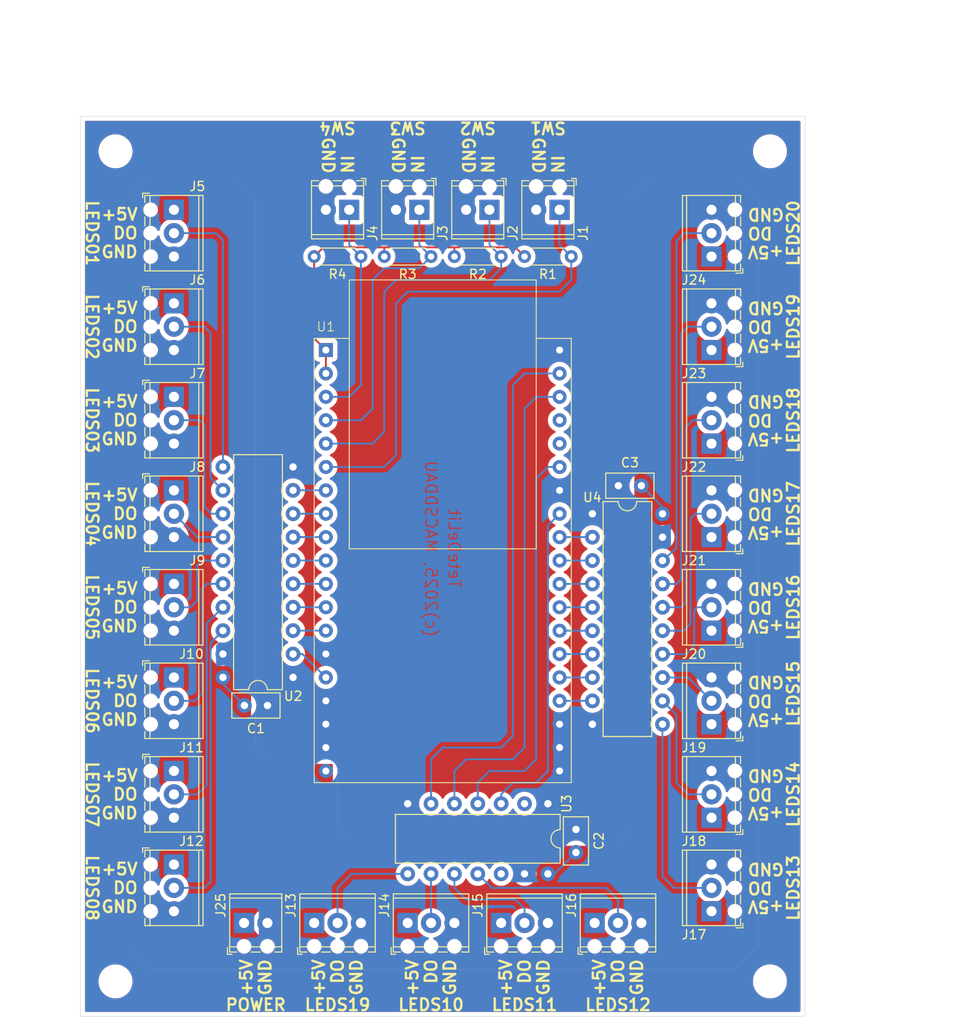
<source format=kicad_pcb>
(kicad_pcb (version 20240108) (generator "pcbnew") (generator_version "8.0")
  (layers (0 "F.Cu" signal) (31 "B.Cu" signal) (34 "B.Paste" user) (35 "F.Paste" user) (36 "B.SilkS" user "B.Silkscreen") (37 "F.SilkS" user "F.Silkscreen") (38 "B.Mask" user) (39 "F.Mask" user) (44 "Edge.Cuts" user))
  (net 0 "")
  (net 1 "GND")
  (net 2 "SW_4")
  (net 3 "SW_3")
  (net 4 "SW_2")
  (net 5 "SW_1")
  (net 6 "+5V")
  (net 7 "STRIP_19")
  (net 8 "STRIP_1")
  (net 9 "STRIP_20")
  (net 10 "STRIP_8")
  (net 11 "STRIP_6")
  (net 12 "STRIP_16")
  (net 13 "STRIP_10")
  (net 14 "STRIP_3")
  (net 15 "STRIP_14")
  (net 16 "STRIP_4")
  (net 17 "STRIP_18")
  (net 18 "STRIP_12")
  (net 19 "STRIP_2")
  (net 20 "STRIP_15")
  (net 21 "STRIP_9")
  (net 22 "STRIP_7")
  (net 23 "STRIP_13")
  (net 24 "STRIP_17")
  (net 25 "STRIP_11")
  (net 26 "STRIP_5")
  (net 27 "+3V3")
  (net 28 "STRIP5_1")
  (net 29 "STRIP5_2")
  (net 30 "STRIP5_3")
  (net 31 "STRIP5_4")
  (net 32 "STRIP5_5")
  (net 33 "STRIP5_6")
  (net 34 "STRIP5_7")
  (net 35 "STRIP5_8")
  (net 36 "STRIP5_12")
  (net 37 "STRIP5_11")
  (net 38 "STRIP5_10")
  (net 39 "STRIP5_9")
  (net 40 "STRIP5_13")
  (net 41 "STRIP5_14")
  (net 42 "STRIP5_15")
  (net 43 "STRIP5_16")
  (net 44 "STRIP5_17")
  (net 45 "STRIP5_18")
  (net 46 "STRIP5_19")
  (net 47 "STRIP5_20")
  (footprint "TerminalBlock_Phoenix:TerminalBlock_Phoenix_MPT-0,5-3-2.54_1x03_P2.54mm_Horizontal" (layer "F.Cu") (at 129.54 140.97)
    (property "Reference" "J13")
    (property "Value" "Screw_Terminal_01x03")
  )
  (footprint "Capacitor_THT:C_Disc_D5.0mm_W2.5mm_P2.50mm" (layer "F.Cu") (at 124.46 117.348 180)
    (property "Reference" "C1")
    (property "Value" "100pF")
  )
  (footprint "MountingHole:MountingHole_3.2mm_M3_DIN965" (layer "F.Cu") (at 107.95 147.32)
    (property "Reference" "VIS1" (hide yes))
    (property "Value" "MountingHole_3.2mm_M3_DIN965")
  )
  (footprint "ESP:ESP32-WROOM-DEV-KIT-V4" (layer "F.Cu") (at 143.51 124.46)
    (property "Reference" "U1")
    (property "Value" "ESP32-WROOM-32D" (hide yes))
  )
  (footprint "Capacitor_THT:C_Disc_D5.0mm_W2.5mm_P2.50mm" (layer "F.Cu") (at 157.988 130.81 -90)
    (property "Reference" "C2")
    (property "Value" "100pF")
  )
  (footprint "MountingHole:MountingHole_3.2mm_M3_DIN965" (layer "F.Cu") (at 179.07 57.15)
    (property "Reference" "VIS3" (hide yes))
    (property "Value" "MountingHole_3.2mm_M3_DIN965")
  )
  (footprint "TerminalBlock_Phoenix:TerminalBlock_Phoenix_MPT-0,5-2-2.54_1x02_P2.54mm_Horizontal" (layer "F.Cu") (at 148.59 63.5 180)
    (property "Reference" "J2")
    (property "Value" "Screw_Terminal_01x02")
  )
  (footprint "Package_DIP:DIP-20_W7.62mm" (layer "F.Cu") (at 159.776 96.525)
    (property "Reference" "U4")
    (property "Value" "CD74HC245E")
  )
  (footprint "TerminalBlock_Phoenix:TerminalBlock_Phoenix_MPT-0,5-3-2.54_1x03_P2.54mm_Horizontal" (layer "F.Cu") (at 172.72 68.58 90)
    (property "Reference" "J24")
    (property "Value" "Screw_Terminal_01x03")
  )
  (footprint "TerminalBlock_Phoenix:TerminalBlock_Phoenix_MPT-0,5-3-2.54_1x03_P2.54mm_Horizontal" (layer "F.Cu") (at 172.72 88.9 90)
    (property "Reference" "J22")
    (property "Value" "Screw_Terminal_01x03")
  )
  (footprint "TerminalBlock_Phoenix:TerminalBlock_Phoenix_MPT-0,5-3-2.54_1x03_P2.54mm_Horizontal" (layer "F.Cu") (at 114.3 104.14 -90)
    (property "Reference" "J9")
    (property "Value" "Screw_Terminal_01x03")
  )
  (footprint "TerminalBlock_Phoenix:TerminalBlock_Phoenix_MPT-0,5-3-2.54_1x03_P2.54mm_Horizontal" (layer "F.Cu") (at 114.3 134.62 -90)
    (property "Reference" "J12")
    (property "Value" "Screw_Terminal_01x03")
  )
  (footprint "TerminalBlock_Phoenix:TerminalBlock_Phoenix_MPT-0,5-3-2.54_1x03_P2.54mm_Horizontal" (layer "F.Cu") (at 160.02 140.97)
    (property "Reference" "J16")
    (property "Value" "Screw_Terminal_01x03")
  )
  (footprint "TerminalBlock_Phoenix:TerminalBlock_Phoenix_MPT-0,5-3-2.54_1x03_P2.54mm_Horizontal" (layer "F.Cu") (at 114.3 114.3 -90)
    (property "Reference" "J10")
    (property "Value" "Screw_Terminal_01x03")
  )
  (footprint "TerminalBlock_Phoenix:TerminalBlock_Phoenix_MPT-0,5-2-2.54_1x02_P2.54mm_Horizontal" (layer "F.Cu") (at 140.97 63.5 180)
    (property "Reference" "J3")
    (property "Value" "Screw_Terminal_01x02")
  )
  (footprint "TerminalBlock_Phoenix:TerminalBlock_Phoenix_MPT-0,5-3-2.54_1x03_P2.54mm_Horizontal" (layer "F.Cu") (at 172.72 129.54 90)
    (property "Reference" "J18")
    (property "Value" "Screw_Terminal_01x03")
  )
  (footprint "TerminalBlock_Phoenix:TerminalBlock_Phoenix_MPT-0,5-2-2.54_1x02_P2.54mm_Horizontal" (layer "F.Cu") (at 121.92 140.97)
    (property "Reference" "J25")
    (property "Value" "Screw_Terminal_01x02")
  )
  (footprint "TerminalBlock_Phoenix:TerminalBlock_Phoenix_MPT-0,5-3-2.54_1x03_P2.54mm_Horizontal" (layer "F.Cu") (at 114.3 73.66 -90)
    (property "Reference" "J6")
    (property "Value" "Screw_Terminal_01x03")
  )
  (footprint "TerminalBlock_Phoenix:TerminalBlock_Phoenix_MPT-0,5-3-2.54_1x03_P2.54mm_Horizontal" (layer "F.Cu") (at 114.3 93.98 -90)
    (property "Reference" "J8")
    (property "Value" "Screw_Terminal_01x03")
  )
  (footprint "TerminalBlock_Phoenix:TerminalBlock_Phoenix_MPT-0,5-3-2.54_1x03_P2.54mm_Horizontal" (layer "F.Cu") (at 114.3 124.46 -90)
    (property "Reference" "J11")
    (property "Value" "Screw_Terminal_01x03")
  )
  (footprint "TerminalBlock_Phoenix:TerminalBlock_Phoenix_MPT-0,5-3-2.54_1x03_P2.54mm_Horizontal" (layer "F.Cu") (at 172.72 78.74 90)
    (property "Reference" "J23")
    (property "Value" "Screw_Terminal_01x03")
  )
  (footprint "Resistor_THT:R_Axial_DIN0204_L3.6mm_D1.6mm_P5.08mm_Horizontal" (layer "F.Cu") (at 157.48 68.58 180)
    (property "Reference" "R1")
    (property "Value" "10K")
  )
  (footprint "Resistor_THT:R_Axial_DIN0204_L3.6mm_D1.6mm_P5.08mm_Horizontal" (layer "F.Cu") (at 149.86 68.58 180)
    (property "Reference" "R2")
    (property "Value" "10K")
  )
  (footprint "MountingHole:MountingHole_3.2mm_M3_DIN965" (layer "F.Cu") (at 107.95 57.15)
    (property "Reference" "VIS4" (hide yes))
    (property "Value" "MountingHole_3.2mm_M3_DIN965")
  )
  (footprint "TerminalBlock_Phoenix:TerminalBlock_Phoenix_MPT-0,5-3-2.54_1x03_P2.54mm_Horizontal" (layer "F.Cu") (at 172.72 99.06 90)
    (property "Reference" "J21" (hide yes))
    (property "Value" "Screw_Terminal_01x03")
  )
  (footprint "TerminalBlock_Phoenix:TerminalBlock_Phoenix_MPT-0,5-3-2.54_1x03_P2.54mm_Horizontal" (layer "F.Cu") (at 139.7 140.97)
    (property "Reference" "J14")
    (property "Value" "Screw_Terminal_01x03")
  )
  (footprint "TerminalBlock_Phoenix:TerminalBlock_Phoenix_MPT-0,5-3-2.54_1x03_P2.54mm_Horizontal" (layer "F.Cu") (at 149.86 140.97)
    (property "Reference" "J15")
    (property "Value" "Screw_Terminal_01x03")
  )
  (footprint "TerminalBlock_Phoenix:TerminalBlock_Phoenix_MPT-0,5-3-2.54_1x03_P2.54mm_Horizontal" (layer "F.Cu") (at 114.3 83.82 -90)
    (property "Reference" "J7")
    (property "Value" "Screw_Terminal_01x03")
  )
  (footprint "TerminalBlock_Phoenix:TerminalBlock_Phoenix_MPT-0,5-2-2.54_1x02_P2.54mm_Horizontal" (layer "F.Cu") (at 133.35 63.5 180)
    (property "Reference" "J4")
    (property "Value" "Screw_Terminal_01x02")
  )
  (footprint "TerminalBlock_Phoenix:TerminalBlock_Phoenix_MPT-0,5-3-2.54_1x03_P2.54mm_Horizontal" (layer "F.Cu") (at 172.72 139.7 90)
    (property "Reference" "J17")
    (property "Value" "Screw_Terminal_01x03")
  )
  (footprint "Package_DIP:DIP-14_W7.62mm" (layer "F.Cu") (at 154.94 128.016 -90)
    (property "Reference" "U3")
    (property "Value" "CD74HC243E")
  )
  (footprint "Package_DIP:DIP-20_W7.62mm" (layer "F.Cu") (at 127.244 114.295 180)
    (property "Reference" "U2")
    (property "Value" "CD74HC245E")
  )
  (footprint "Resistor_THT:R_Axial_DIN0204_L3.6mm_D1.6mm_P5.08mm_Horizontal" (layer "F.Cu") (at 142.24 68.58 180)
    (property "Reference" "R3")
    (property "Value" "10K")
  )
  (footprint "MountingHole:MountingHole_3.2mm_M3_DIN965" (layer "F.Cu") (at 179.07 147.32)
    (property "Reference" "VIS2" (hide yes))
    (property "Value" "MountingHole_3.2mm_M3_DIN965")
  )
  (footprint "TerminalBlock_Phoenix:TerminalBlock_Phoenix_MPT-0,5-3-2.54_1x03_P2.54mm_Horizontal" (layer "F.Cu") (at 114.3 63.5 -90)
    (property "Reference" "J5")
    (property "Value" "Screw_Terminal_01x03")
  )
  (footprint "TerminalBlock_Phoenix:TerminalBlock_Phoenix_MPT-0,5-2-2.54_1x02_P2.54mm_Horizontal" (layer "F.Cu") (at 156.21 63.5 180)
    (property "Reference" "J1")
    (property "Value" "Screw_Terminal_01x02")
  )
  (footprint "TerminalBlock_Phoenix:TerminalBlock_Phoenix_MPT-0,5-3-2.54_1x03_P2.54mm_Horizontal" (layer "F.Cu") (at 172.72 109.22 90)
    (property "Reference" "J20")
    (property "Value" "Screw_Terminal_01x03")
  )
  (footprint "Resistor_THT:R_Axial_DIN0204_L3.6mm_D1.6mm_P5.08mm_Horizontal" (layer "F.Cu") (at 134.62 68.58 180)
    (property "Reference" "R4")
    (property "Value" "10K")
  )
  (footprint "TerminalBlock_Phoenix:TerminalBlock_Phoenix_MPT-0,5-3-2.54_1x03_P2.54mm_Horizontal" (layer "F.Cu") (at 172.72 119.38 90)
    (property "Reference" "J19")
    (property "Value" "Screw_Terminal_01x03")
  )
  (footprint "Capacitor_THT:C_Disc_D5.0mm_W2.5mm_P2.50mm" (layer "F.Cu") (at 162.6 93.472)
    (property "Reference" "C3")
    (property "Value" "100pF")
  )
  (gr_rect (start 104.14 53.34) (end 182.88 151.13) (stroke (width 0.05)) (fill none) (layer "Edge.Cuts"))
  (gr_text "TeteDeLit" (at 144.78 100.33 270) (layer "B.Cu" knockout) (effects (font (size 1.27 1.27) (thickness 0.13)) (justify mirror)))
  (gr_text "(c)2025, MACSDDAU" (at 142.24 100.33 270) (layer "B.Cu" knockout) (effects (font (size 1.27 1.27) (thickness 0.13)) (justify mirror)))
  (gr_text "+5V\nDO\nGND" (at 176.53 96.52 180) (layer "F.SilkS") (effects (font (size 1.27 1.27) (thickness 0.254) (bold yes)) (justify right)))
  (gr_text "+5V\nDO\nGND" (at 176.53 127 180) (layer "F.SilkS") (effects (font (size 1.27 1.27) (thickness 0.254) (bold yes)) (justify right)))
  (gr_text "LEDS06" (at 105.41 116.84 270) (layer "F.SilkS") (effects (font (size 1.27 1.27) (thickness 0.254) (bold yes))))
  (gr_text "+5V\nGND" (at 123.19 144.78 90) (layer "F.SilkS") (effects (font (size 1.27 1.27) (thickness 0.254) (bold yes)) (justify right)))
  (gr_text "LEDS11" (at 152.4 149.86 0) (layer "F.SilkS") (effects (font (size 1.27 1.27) (thickness 0.254) (bold yes))))
  (gr_text "IN\nGND" (at 147.32 59.69 270) (layer "F.SilkS") (effects (font (size 1.27 1.27) (thickness 0.254) (bold yes)) (justify right)))
  (gr_text "LEDS13" (at 181.61 137.16 90) (layer "F.SilkS") (effects (font (size 1.27 1.27) (thickness 0.254) (bold yes))))
  (gr_text "+5V\nDO\nGND" (at 152.4 144.78 90) (layer "F.SilkS") (effects (font (size 1.27 1.27) (thickness 0.254) (bold yes)) (justify right)))
  (gr_text "SW2" (at 147.32 54.61 180) (layer "F.SilkS") (effects (font (size 1.27 1.27) (thickness 0.254) (bold yes))))
  (gr_text "LEDS20" (at 181.61 66.04 90) (layer "F.SilkS") (effects (font (size 1.27 1.27) (thickness 0.254) (bold yes))))
  (gr_text "LEDS14" (at 181.61 127 90) (layer "F.SilkS") (effects (font (size 1.27 1.27) (thickness 0.254) (bold yes))))
  (gr_text "+5V\nDO\nGND" (at 176.53 106.68 180) (layer "F.SilkS") (effects (font (size 1.27 1.27) (thickness 0.254) (bold yes)) (justify right)))
  (gr_text "LEDS12" (at 162.56 149.86 0) (layer "F.SilkS") (effects (font (size 1.27 1.27) (thickness 0.254) (bold yes))))
  (gr_text "LEDS07" (at 105.41 127 270) (layer "F.SilkS") (effects (font (size 1.27 1.27) (thickness 0.254) (bold yes))))
  (gr_text "+5V\nDO\nGND" (at 132.08 144.78 90) (layer "F.SilkS") (effects (font (size 1.27 1.27) (thickness 0.254) (bold yes)) (justify right)))
  (gr_text "LEDS01" (at 105.41 66.04 270) (layer "F.SilkS") (effects (font (size 1.27 1.27) (thickness 0.254) (bold yes))))
  (gr_text "+5V\nDO\nGND" (at 110.49 96.52 0) (layer "F.SilkS") (effects (font (size 1.27 1.27) (thickness 0.254) (bold yes)) (justify right)))
  (gr_text "LEDS19" (at 181.61 76.2 90) (layer "F.SilkS") (effects (font (size 1.27 1.27) (thickness 0.254) (bold yes))))
  (gr_text "LEDS17" (at 181.61 96.52 90) (layer "F.SilkS") (effects (font (size 1.27 1.27) (thickness 0.254) (bold yes))))
  (gr_text "SW3" (at 139.7 54.61 180) (layer "F.SilkS") (effects (font (size 1.27 1.27) (thickness 0.254) (bold yes))))
  (gr_text "+5V\nDO\nGND" (at 142.24 144.78 90) (layer "F.SilkS") (effects (font (size 1.27 1.27) (thickness 0.254) (bold yes)) (justify right)))
  (gr_text "LEDS19" (at 132.08 149.86 0) (layer "F.SilkS") (effects (font (size 1.27 1.27) (thickness 0.254) (bold yes))))
  (gr_text "LEDS10" (at 142.24 149.86 0) (layer "F.SilkS") (effects (font (size 1.27 1.27) (thickness 0.254) (bold yes))))
  (gr_text "LEDS02" (at 105.41 76.2 270) (layer "F.SilkS") (effects (font (size 1.27 1.27) (thickness 0.254) (bold yes))))
  (gr_text "LEDS16" (at 181.61 106.68 90) (layer "F.SilkS") (effects (font (size 1.27 1.27) (thickness 0.254) (bold yes))))
  (gr_text "IN\nGND" (at 154.94 59.69 270) (layer "F.SilkS") (effects (font (size 1.27 1.27) (thickness 0.254) (bold yes)) (justify right)))
  (gr_text "LEDS15" (at 181.61 116.05 90) (layer "F.SilkS") (effects (font (size 1.27 1.27) (thickness 0.254) (bold yes))))
  (gr_text "POWER" (at 123.19 149.86 0) (layer "F.SilkS") (effects (font (size 1.27 1.27) (thickness 0.254) (bold yes))))
  (gr_text "+5V\nDO\nGND" (at 176.53 116.84 180) (layer "F.SilkS") (effects (font (size 1.27 1.27) (thickness 0.254) (bold yes)) (justify right)))
  (gr_text "+5V\nDO\nGND" (at 176.53 76.2 180) (layer "F.SilkS") (effects (font (size 1.27 1.27) (thickness 0.254) (bold yes)) (justify right)))
  (gr_text "+5V\nDO\nGND" (at 110.49 127 0) (layer "F.SilkS") (effects (font (size 1.27 1.27) (thickness 0.254) (bold yes)) (justify right)))
  (gr_text "+5V\nDO\nGND" (at 162.56 144.78 90) (layer "F.SilkS") (effects (font (size 1.27 1.27) (thickness 0.254) (bold yes)) (justify right)))
  (gr_text "+5V\nDO\nGND" (at 176.53 137.16 180) (layer "F.SilkS") (effects (font (size 1.27 1.27) (thickness 0.254) (bold yes)) (justify right)))
  (gr_text "SW4" (at 132.08 54.61 180) (layer "F.SilkS") (effects (font (size 1.27 1.27) (thickness 0.254) (bold yes))))
  (gr_text "LEDS04" (at 105.41 96.52 270) (layer "F.SilkS") (effects (font (size 1.27 1.27) (thickness 0.254) (bold yes))))
  (gr_text "+5V\nDO\nGND" (at 110.49 76.2 0) (layer "F.SilkS") (effects (font (size 1.27 1.27) (thickness 0.254) (bold yes)) (justify right)))
  (gr_text "IN\nGND" (at 139.7 59.69 270) (layer "F.SilkS") (effects (font (size 1.27 1.27) (thickness 0.254) (bold yes)) (justify right)))
  (gr_text "+5V\nDO\nGND" (at 110.49 66.04 0) (layer "F.SilkS") (effects (font (size 1.27 1.27) (thickness 0.254) (bold yes)) (justify right)))
  (gr_text "+5V\nDO\nGND" (at 110.49 116.84 0) (layer "F.SilkS") (effects (font (size 1.27 1.27) (thickness 0.254) (bold yes)) (justify right)))
  (gr_text "+5V\nDO\nGND" (at 176.53 86.36 180) (layer "F.SilkS") (effects (font (size 1.27 1.27) (thickness 0.254) (bold yes)) (justify right)))
  (gr_text "LEDS08" (at 105.41 137.16 270) (layer "F.SilkS") (effects (font (size 1.27 1.27) (thickness 0.254) (bold yes))))
  (gr_text "LEDS03" (at 105.41 86.36 270) (layer "F.SilkS") (effects (font (size 1.27 1.27) (thickness 0.254) (bold yes))))
  (gr_text "SW1" (at 154.94 54.61 180) (layer "F.SilkS") (effects (font (size 1.27 1.27) (thickness 0.254) (bold yes))))
  (gr_text "LEDS05" (at 105.41 106.68 270) (layer "F.SilkS") (effects (font (size 1.27 1.27) (thickness 0.254) (bold yes))))
  (gr_text "IN\nGND" (at 132.08 59.69 270) (layer "F.SilkS") (effects (font (size 1.27 1.27) (thickness 0.254) (bold yes)) (justify right)))
  (gr_text "+5V\nDO\nGND" (at 110.49 137.16 0) (layer "F.SilkS") (effects (font (size 1.27 1.27) (thickness 0.254) (bold yes)) (justify right)))
  (gr_text "+5V\nDO\nGND" (at 110.49 86.36 0) (layer "F.SilkS") (effects (font (size 1.27 1.27) (thickness 0.254) (bold yes)) (justify right)))
  (gr_text "LEDS18" (at 181.61 86.36 90) (layer "F.SilkS") (effects (font (size 1.27 1.27) (thickness 0.254) (bold yes))))
  (gr_text "+5V\nDO\nGND" (at 176.53 66.04 180) (layer "F.SilkS") (effects (font (size 1.27 1.27) (thickness 0.254) (bold yes)) (justify right)))
  (gr_text "+5V\nDO\nGND" (at 110.49 106.68 0) (layer "F.SilkS") (effects (font (size 1.27 1.27) (thickness 0.254) (bold yes)) (justify right)))
  (segment (start 134.62 68.58) (end 134.62 82.55) (width 0.2) (layer "B.Cu") (net 2))
  (segment (start 133.35 67.31) (end 134.62 68.58) (width 0.2) (layer "B.Cu") (net 2))
  (segment (start 134.62 82.55) (end 133.35 83.82) (width 0.2) (layer "B.Cu") (net 2))
  (segment (start 133.35 63.5) (end 133.35 67.31) (width 0.2) (layer "B.Cu") (net 2))
  (segment (start 133.35 83.82) (end 130.81 83.82) (width 0.2) (layer "B.Cu") (net 2))
  (segment (start 137.16 69.85) (end 135.89 71.12) (width 0.2) (layer "B.Cu") (net 3))
  (segment (start 134.62 86.36) (end 130.81 86.36) (width 0.2) (layer "B.Cu") (net 3))
  (segment (start 142.24 68.58) (end 140.97 69.85) (width 0.2) (layer "B.Cu") (net 3))
  (segment (start 140.97 67.31) (end 142.24 68.58) (width 0.2) (layer "B.Cu") (net 3))
  (segment (start 135.89 85.09) (end 134.62 86.36) (width 0.2) (layer "B.Cu") (net 3))
  (segment (start 140.97 63.5) (end 140.97 67.31) (width 0.2) (layer "B.Cu") (net 3))
  (segment (start 140.97 69.85) (end 137.16 69.85) (width 0.2) (layer "B.Cu") (net 3))
  (segment (start 135.89 71.12) (end 135.89 85.09) (width 0.2) (layer "B.Cu") (net 3))
  (segment (start 148.59 63.5) (end 148.59 67.31) (width 0.2) (layer "B.Cu") (net 4))
  (segment (start 138.43 71.12) (end 137.16 72.39) (width 0.2) (layer "B.Cu") (net 4))
  (segment (start 149.86 68.58) (end 149.86 69.85) (width 0.2) (layer "B.Cu") (net 4))
  (segment (start 137.16 87.63) (end 135.89 88.9) (width 0.2) (layer "B.Cu") (net 4))
  (segment (start 148.59 71.12) (end 138.43 71.12) (width 0.2) (layer "B.Cu") (net 4))
  (segment (start 135.89 88.9) (end 130.81 88.9) (width 0.2) (layer "B.Cu") (net 4))
  (segment (start 137.16 72.39) (end 137.16 87.63) (width 0.2) (layer "B.Cu") (net 4))
  (segment (start 149.86 69.85) (end 148.59 71.12) (width 0.2) (layer "B.Cu") (net 4))
  (segment (start 148.59 67.31) (end 149.86 68.58) (width 0.2) (layer "B.Cu") (net 4))
  (segment (start 156.21 63.5) (end 156.21 67.31) (width 0.2) (layer "B.Cu") (net 5))
  (segment (start 139.7 72.39) (end 138.43 73.66) (width 0.2) (layer "B.Cu") (net 5))
  (segment (start 138.43 73.66) (end 138.43 90.17) (width 0.2) (layer "B.Cu") (net 5))
  (segment (start 157.48 71.12) (end 156.21 72.39) (width 0.2) (layer "B.Cu") (net 5))
  (segment (start 156.21 67.31) (end 157.48 68.58) (width 0.2) (layer "B.Cu") (net 5))
  (segment (start 137.16 91.44) (end 130.81 91.44) (width 0.2) (layer "B.Cu") (net 5))
  (segment (start 156.21 72.39) (end 139.7 72.39) (width 0.2) (layer "B.Cu") (net 5))
  (segment (start 138.43 90.17) (end 137.16 91.44) (width 0.2) (layer "B.Cu") (net 5))
  (segment (start 157.48 68.58) (end 157.48 71.12) (width 0.2) (layer "B.Cu") (net 5))
  (segment (start 121.96 117.348) (end 119.624 115.012) (width 0.2) (layer "B.Cu") (net 6))
  (segment (start 167.396 95.768) (end 167.396 96.525) (width 0.2) (layer "B.Cu") (net 6))
  (segment (start 155.662 135.636) (end 154.94 135.636) (width 0.2) (layer "B.Cu") (net 6))
  (segment (start 165.1 93.472) (end 167.396 95.768) (width 0.2) (layer "B.Cu") (net 6))
  (segment (start 119.624 115.012) (end 119.624 114.295) (width 0.2) (layer "B.Cu") (net 6))
  (segment (start 157.988 133.31) (end 155.662 135.636) (width 0.2) (layer "B.Cu") (net 6))
  (segment (start 159.771 101.6) (end 159.776 101.605) (width 0.2) (layer "B.Cu") (net 7))
  (segment (start 156.21 101.6) (end 159.771 101.6) (width 0.2) (layer "B.Cu") (net 7))
  (segment (start 130.805 93.975) (end 130.81 93.98) (width 0.2) (layer "B.Cu") (net 8))
  (segment (start 127.244 93.975) (end 130.805 93.975) (width 0.2) (layer "B.Cu") (net 8))
  (segment (start 159.771 99.06) (end 159.776 99.065) (width 0.2) (layer "B.Cu") (net 9))
  (segment (start 156.21 99.06) (end 159.771 99.06) (width 0.2) (layer "B.Cu") (net 9))
  (segment (start 128.265 111.755) (end 130.81 114.3) (width 0.2) (layer "B.Cu") (net 10))
  (segment (start 127.244 111.755) (end 128.265 111.755) (width 0.2) (layer "B.Cu") (net 10))
  (segment (start 130.805 106.675) (end 130.81 106.68) (width 0.2) (layer "B.Cu") (net 11))
  (segment (start 127.244 106.675) (end 130.805 106.675) (width 0.2) (layer "B.Cu") (net 11))
  (segment (start 160.02 109.22) (end 156.21 109.22) (width 0.2) (layer "B.Cu") (net 12))
  (segment (start 144.78 124.46) (end 146.05 123.19) (width 0.2) (layer "B.Cu") (net 13))
  (segment (start 152.4 85.09) (end 153.67 83.82) (width 0.2) (layer "B.Cu") (net 13))
  (segment (start 144.78 128.016) (end 144.78 124.46) (width 0.2) (layer "B.Cu") (net 13))
  (segment (start 152.4 121.92) (end 152.4 85.09) (width 0.2) (layer "B.Cu") (net 13))
  (segment (start 146.05 123.19) (end 151.13 123.19) (width 0.2) (layer "B.Cu") (net 13))
  (segment (start 151.13 123.19) (end 152.4 121.92) (width 0.2) (layer "B.Cu") (net 13))
  (segment (start 153.67 83.82) (end 156.21 83.82) (width 0.2) (layer "B.Cu") (net 13))
  (segment (start 127.244 99.055) (end 130.805 99.055) (width 0.2) (layer "B.Cu") (net 14))
  (segment (start 130.805 99.055) (end 130.81 99.06) (width 0.2) (layer "B.Cu") (net 14))
  (segment (start 156.21 114.3) (end 156.464 114.3) (width 0.2) (layer "B.Cu") (net 15))
  (segment (start 156.215 114.305) (end 156.21 114.3) (width 0.2) (layer "B.Cu") (net 15))
  (segment (start 156.464 114.3) (end 156.469 114.305) (width 0.2) (layer "B.Cu") (net 15))
  (segment (start 160.02 114.3) (end 160.015 114.305) (width 0.2) (layer "B.Cu") (net 15))
  (segment (start 156.469 114.305) (end 159.776 114.305) (width 0.2) (layer "B.Cu") (net 15))
  (segment (start 127.244 101.595) (end 130.805 101.595) (width 0.2) (layer "B.Cu") (net 16))
  (segment (start 130.805 101.595) (end 130.81 101.6) (width 0.2) (layer "B.Cu") (net 16))
  (segment (start 159.771 104.14) (end 159.776 104.145) (width 0.2) (layer "B.Cu") (net 17))
  (segment (start 156.21 104.14) (end 159.771 104.14) (width 0.2) (layer "B.Cu") (net 17))
  (segment (start 154.94 97.79) (end 156.21 96.52) (width 0.2) (layer "B.Cu") (net 18))
  (segment (start 153.67 125.73) (end 151.13 125.73) (width 0.2) (layer "B.Cu") (net 18))
  (segment (start 153.67 125.73) (end 154.94 124.46) (width 0.2) (layer "B.Cu") (net 18))
  (segment (start 151.13 125.73) (end 149.86 127) (width 0.2) (layer "B.Cu") (net 18))
  (segment (start 149.86 127) (end 149.86 128.016) (width 0.2) (layer "B.Cu") (net 18))
  (segment (start 154.94 124.46) (end 154.94 97.79) (width 0.2) (layer "B.Cu") (net 18))
  (segment (start 130.805 96.515) (end 130.81 96.52) (width 0.2) (layer "B.Cu") (net 19))
  (segment (start 127.244 96.515) (end 130.805 96.515) (width 0.2) (layer "B.Cu") (net 19))
  (segment (start 156.215 111.765) (end 156.21 111.76) (width 0.2) (layer "B.Cu") (net 20))
  (segment (start 160.02 111.76) (end 160.015 111.765) (width 0.2) (layer "B.Cu") (net 20))
  (segment (start 156.469 111.765) (end 159.776 111.765) (width 0.2) (layer "B.Cu") (net 20))
  (segment (start 156.464 111.76) (end 156.469 111.765) (width 0.2) (layer "B.Cu") (net 20))
  (segment (start 156.21 111.76) (end 156.464 111.76) (width 0.2) (layer "B.Cu") (net 20))
  (segment (start 152.4 81.28) (end 156.21 81.28) (width 0.2) (layer "B.Cu") (net 21))
  (segment (start 142.24 123.19) (end 143.51 121.92) (width 0.2) (layer "B.Cu") (net 21))
  (segment (start 143.51 121.92) (end 149.86 121.92) (width 0.2) (layer "B.Cu") (net 21))
  (segment (start 142.24 128.016) (end 142.24 123.19) (width 0.2) (layer "B.Cu") (net 21))
  (segment (start 149.86 121.92) (end 151.13 120.65) (width 0.2) (layer "B.Cu") (net 21))
  (segment (start 151.13 120.65) (end 151.13 82.55) (width 0.2) (layer "B.Cu") (net 21))
  (segment (start 151.13 82.55) (end 152.4 81.28) (width 0.2) (layer "B.Cu") (net 21))
  (segment (start 130.805 109.215) (end 130.81 109.22) (width 0.2) (layer "B.Cu") (net 22))
  (segment (start 127.244 109.215) (end 130.805 109.215) (width 0.2) (layer "B.Cu") (net 22))
  (segment (start 159.771 116.84) (end 156.21 116.84) (width 0.2) (layer "B.Cu") (net 23))
  (segment (start 159.776 116.845) (end 159.771 116.84) (width 0.2) (layer "B.Cu") (net 23))
  (segment (start 156.21 106.68) (end 159.771 106.68) (width 0.2) (layer "B.Cu") (net 24))
  (segment (start 159.771 106.68) (end 159.776 106.685) (width 0.2) (layer "B.Cu") (net 24))
  (segment (start 154.94 91.44) (end 156.21 91.44) (width 0.2) (layer "B.Cu") (net 25))
  (segment (start 148.59 124.46) (end 152.4 124.46) (width 0.2) (layer "B.Cu") (net 25))
  (segment (start 152.4 124.46) (end 153.67 123.19) (width 0.2) (layer "B.Cu") (net 25))
  (segment (start 147.32 125.73) (end 148.59 124.46) (width 0.2) (layer "B.Cu") (net 25))
  (segment (start 147.32 128.016) (end 147.32 125.73) (width 0.2) (layer "B.Cu") (net 25))
  (segment (start 153.67 92.71) (end 154.94 91.44) (width 0.2) (layer "B.Cu") (net 25))
  (segment (start 153.67 123.19) (end 153.67 92.71) (width 0.2) (layer "B.Cu") (net 25))
  (segment (start 130.805 104.135) (end 130.81 104.14) (width 0.2) (layer "B.Cu") (net 26))
  (segment (start 127.244 104.135) (end 130.805 104.135) (width 0.2) (layer "B.Cu") (net 26))
  (segment (start 144.78 67.58) (end 151.4 67.58) (width 0.2) (layer "F.Cu") (net 27))
  (segment (start 137.16 68.58) (end 137.16 67.58) (width 0.2) (layer "F.Cu") (net 27))
  (segment (start 129.54 68.58) (end 130.54 67.58) (width 0.2) (layer "F.Cu") (net 27))
  (segment (start 130.81 81.28) (end 130.81 78.74) (width 0.2) (layer "F.Cu") (net 27))
  (segment (start 137.16 67.58) (end 144.78 67.58) (width 0.2) (layer "F.Cu") (net 27))
  (segment (start 144.78 68.58) (end 144.78 67.58) (width 0.2) (layer "F.Cu") (net 27))
  (segment (start 130.54 67.58) (end 137.16 67.58) (width 0.2) (layer "F.Cu") (net 27))
  (segment (start 130.81 78.74) (end 129.54 77.47) (width 0.2) (layer "F.Cu") (net 27))
  (segment (start 129.54 77.47) (end 129.54 68.58) (width 0.2) (layer "F.Cu") (net 27))
  (segment (start 151.4 67.58) (end 152.4 68.58) (width 0.2) (layer "F.Cu") (net 27))
  (segment (start 119.624 66.792) (end 118.872 66.04) (width 0.2) (layer "B.Cu") (net 28))
  (segment (start 118.872 66.04) (end 114.3 66.04) (width 0.2) (layer "B.Cu") (net 28))
  (segment (start 119.624 91.435) (end 119.624 66.792) (width 0.2) (layer "B.Cu") (net 28))
  (segment (start 117.602 76.2) (end 114.3 76.2) (width 0.2) (layer "B.Cu") (net 29))
  (segment (start 118.28 92.631) (end 118.28 76.878) (width 0.2) (layer "B.Cu") (net 29))
  (segment (start 118.28 76.878) (end 117.602 76.2) (width 0.2) (layer "B.Cu") (net 29))
  (segment (start 119.624 93.975) (end 118.28 92.631) (width 0.2) (layer "B.Cu") (net 29))
  (segment (start 119.624 96.515) (end 118.359 96.515) (width 0.2) (layer "B.Cu") (net 30))
  (segment (start 118.359 96.515) (end 117.602 95.758) (width 0.2) (layer "B.Cu") (net 30))
  (segment (start 117.602 95.758) (end 117.602 86.868) (width 0.2) (layer "B.Cu") (net 30))
  (segment (start 117.602 86.868) (end 117.094 86.36) (width 0.2) (layer "B.Cu") (net 30))
  (segment (start 117.094 86.36) (end 114.3 86.36) (width 0.2) (layer "B.Cu") (net 30))
  (segment (start 119.624 99.055) (end 116.835 99.055) (width 0.2) (layer "B.Cu") (net 31))
  (segment (start 116.835 99.055) (end 114.3 96.52) (width 0.2) (layer "B.Cu") (net 31))
  (segment (start 116.84 102.108) (end 116.84 105.918) (width 0.2) (layer "B.Cu") (net 32))
  (segment (start 117.353 101.595) (end 116.84 102.108) (width 0.2) (layer "B.Cu") (net 32))
  (segment (start 119.624 101.595) (end 117.353 101.595) (width 0.2) (layer "B.Cu") (net 32))
  (segment (start 116.078 106.68) (end 114.3 106.68) (width 0.2) (layer "B.Cu") (net 32))
  (segment (start 116.84 105.918) (end 116.078 106.68) (width 0.2) (layer "B.Cu") (net 32))
  (segment (start 117.348 116.078) (end 116.586 116.84) (width 0.2) (layer "B.Cu") (net 33))
  (segment (start 119.624 104.135) (end 117.861 104.135) (width 0.2) (layer "B.Cu") (net 33))
  (segment (start 117.861 104.135) (end 117.348 104.648) (width 0.2) (layer "B.Cu") (net 33))
  (segment (start 117.348 104.648) (end 117.348 116.078) (width 0.2) (layer "B.Cu") (net 33))
  (segment (start 116.586 116.84) (end 114.3 116.84) (width 0.2) (layer "B.Cu") (net 33))
  (segment (start 116.84 127) (end 114.3 127) (width 0.2) (layer "B.Cu") (net 34))
  (segment (start 117.856 125.984) (end 116.84 127) (width 0.2) (layer "B.Cu") (net 34))
  (segment (start 119.624 106.675) (end 117.856 108.443) (width 0.2) (layer "B.Cu") (net 34))
  (segment (start 117.856 108.443) (end 117.856 125.984) (width 0.2) (layer "B.Cu") (net 34))
  (segment (start 119.624 109.215) (end 118.28 110.559) (width 0.2) (layer "B.Cu") (net 35))
  (segment (start 118.28 136.482) (end 117.602 137.16) (width 0.2) (layer "B.Cu") (net 35))
  (segment (start 118.28 110.559) (end 118.28 136.482) (width 0.2) (layer "B.Cu") (net 35))
  (segment (start 117.602 137.16) (end 114.3 137.16) (width 0.2) (layer "B.Cu") (net 35))
  (segment (start 161.29 137.16) (end 162.56 138.43) (width 0.2) (layer "B.Cu") (net 36))
  (segment (start 148.844 137.16) (end 161.29 137.16) (width 0.2) (layer "B.Cu") (net 36))
  (segment (start 162.56 138.43) (end 162.56 140.97) (width 0.2) (layer "B.Cu") (net 36))
  (segment (start 147.32 135.636) (end 148.844 137.16) (width 0.2) (layer "B.Cu") (net 36))
  (segment (start 144.78 137.16) (end 146.05 138.43) (width 0.2) (layer "B.Cu") (net 37))
  (segment (start 152.4 139.414366) (end 152.4 140.97) (width 0.2) (layer "B.Cu") (net 37))
  (segment (start 144.78 135.636) (end 144.78 137.16) (width 0.2) (layer "B.Cu") (net 37))
  (segment (start 146.05 138.43) (end 151.415634 138.43) (width 0.2) (layer "B.Cu") (net 37))
  (segment (start 151.415634 138.43) (end 152.4 139.414366) (width 0.2) (layer "B.Cu") (net 37))
  (segment (start 142.24 135.636) (end 142.24 140.97) (width 0.2) (layer "B.Cu") (net 38))
  (segment (start 132.08 137.16) (end 132.08 140.97) (width 0.2) (layer "B.Cu") (net 39))
  (segment (start 133.604 135.636) (end 132.08 137.16) (width 0.2) (layer "B.Cu") (net 39))
  (segment (start 139.7 135.636) (end 133.604 135.636) (width 0.2) (layer "B.Cu") (net 39))
  (segment (start 167.386 119.395) (end 167.386 135.89) (width 0.2) (layer "B.Cu") (net 40))
  (segment (start 167.396 119.385) (end 167.386 119.395) (width 0.2) (layer "B.Cu") (net 40))
  (segment (start 167.386 135.89) (end 168.656 137.16) (width 0.2) (layer "B.Cu") (net 40))
  (segment (start 168.656 137.16) (end 172.72 137.16) (width 0.2) (layer "B.Cu") (net 40))
  (segment (start 168.91 118.359) (end 168.91 125.73) (width 0.2) (layer "B.Cu") (net 41))
  (segment (start 167.396 116.845) (end 168.91 118.359) (width 0.2) (layer "B.Cu") (net 41))
  (segment (start 170.18 127) (end 172.72 127) (width 0.2) (layer "B.Cu") (net 41))
  (segment (start 168.91 125.73) (end 170.18 127) (width 0.2) (layer "B.Cu") (net 41))
  (segment (start 167.396 114.305) (end 170.185 114.305) (width 0.2) (layer "B.Cu") (net 42))
  (segment (start 170.185 114.305) (end 172.72 116.84) (width 0.2) (layer "B.Cu") (net 42))
  (segment (start 169.959 111.765) (end 167.396 111.765) (width 0.2) (layer "B.Cu") (net 43))
  (segment (start 171.164366 106.68) (end 172.72 106.68) (width 0.2) (layer "B.Cu") (net 43))
  (segment (start 170.834 107.010366) (end 171.164366 106.68) (width 0.2) (layer "B.Cu") (net 43))
  (segment (start 170.834 110.89) (end 169.959 111.765) (width 0.2) (layer "B.Cu") (net 43))
  (segment (start 170.834 110.89) (end 170.834 107.010366) (width 0.2) (layer "B.Cu") (net 43))
  (segment (start 170.434 97.028) (end 170.942 96.52) (width 0.2) (layer "B.Cu") (net 44))
  (segment (start 167.396 109.225) (end 169.667 109.225) (width 0.2) (layer "B.Cu") (net 44))
  (segment (start 170.434 108.458) (end 170.434 97.028) (width 0.2) (layer "B.Cu") (net 44))
  (segment (start 170.942 96.52) (end 172.72 96.52) (width 0.2) (layer "B.Cu") (net 44))
  (segment (start 169.667 109.225) (end 170.434 108.458) (width 0.2) (layer "B.Cu") (net 44))
  (segment (start 170.688 86.36) (end 172.72 86.36) (width 0.2) (layer "B.Cu") (net 45))
  (segment (start 169.926 106.172) (end 169.926 87.122) (width 0.2) (layer "B.Cu") (net 45))
  (segment (start 169.926 87.122) (end 170.688 86.36) (width 0.2) (layer "B.Cu") (net 45))
  (segment (start 167.396 106.685) (end 169.413 106.685) (width 0.2) (layer "B.Cu") (net 45))
  (segment (start 169.413 106.685) (end 169.926 106.172) (width 0.2) (layer "B.Cu") (net 45))
  (segment (start 167.396 104.145) (end 168.905 104.145) (width 0.2) (layer "B.Cu") (net 46))
  (segment (start 168.905 104.145) (end 169.418 103.632) (width 0.2) (layer "B.Cu") (net 46))
  (segment (start 169.418 103.632) (end 169.418 76.962) (width 0.2) (layer "B.Cu") (net 46))
  (segment (start 170.18 76.2) (end 172.72 76.2) (width 0.2) (layer "B.Cu") (net 46))
  (segment (start 169.418 76.962) (end 170.18 76.2) (width 0.2) (layer "B.Cu") (net 46))
  (segment (start 167.396 101.605) (end 168.91 100.261) (width 0.2) (layer "B.Cu") (net 47))
  (segment (start 169.672 66.04) (end 172.72 66.04) (width 0.2) (layer "B.Cu") (net 47))
  (segment (start 168.91 66.972) (end 169.672 66.04) (width 0.2) (layer "B.Cu") (net 47))
  (segment (start 168.91 100.261) (end 168.91 66.972) (width 0.2) (layer "B.Cu") (net 47))
  (zone (net 6) (net_name "+5V") (layer "F.Cu") (priority 1) (connect_pads yes (clearance 0.5)) (min_thickness 0.25) (fill yes (thermal_gap 0.5) (thermal_bridge_width 0.5) (smoothing chamfer) (island_removal_mode 1) (island_area_min 10))
    (polygon (pts (xy 163.83 62.23) (xy 166.37 59.69) (xy 175.26 59.69) (xy 177.8 62.23) (xy 177.8 143.51) (xy 175.26 146.05) (xy 111.76 146.05) (xy 109.22 143.51) (xy 109.22 62.23) (xy 111.76 59.69) (xy 120.65 59.69) (xy 123.19 62.23) (xy 123.19 121.92) (xy 124.46 123.19) (xy 132.08 123.19) (xy 132.08 130.81) (xy 133.35 132.08) (xy 162.56 132.08) (xy 163.83 130.81)))
  )
  (zone (net 1) (net_name "GND") (layers "F&B.Cu") (priority 2) (connect_pads yes (clearance 0.5)) (min_thickness 0.25) (fill yes (thermal_gap 0.5) (thermal_bridge_width 0.5))
    (polygon (pts (xy 182.88 151.13) (xy 104.14 151.13) (xy 104.14 53.34) (xy 182.88 53.34)))
    (polygon (pts (xy 166.37 59.69) (xy 163.83 62.23) (xy 163.83 130.81) (xy 162.56 132.08) (xy 133.35 132.08) (xy 132.08 130.81) (xy 132.08 123.19) (xy 124.46 123.19) (xy 123.19 121.92) (xy 123.19 62.23) (xy 120.65 59.69) (xy 111.76 59.69) (xy 109.22 62.23) (xy 109.22 143.51) (xy 111.76 146.05) (xy 175.26 146.05) (xy 177.8 143.51) (xy 177.8 62.23) (xy 175.26 59.69)))
  )
  (zone (net 1) (net_name "GND") (layer "B.Cu") (connect_pads yes (clearance 0.5)) (min_thickness 0.25) (fill yes (thermal_gap 0.5) (thermal_bridge_width 0.5))
    (polygon (pts (xy 104.14 53.34) (xy 182.88 53.34) (xy 182.88 151.13) (xy 104.14 151.13)))
  )
)
</source>
